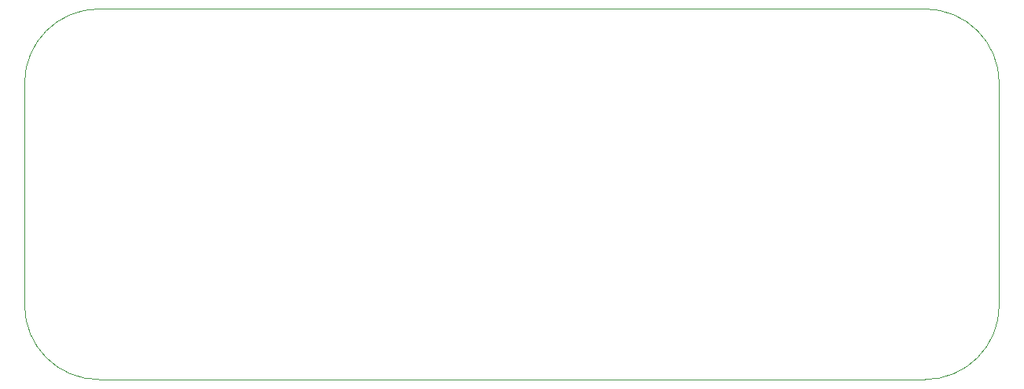
<source format=gm1>
G04 #@! TF.GenerationSoftware,KiCad,Pcbnew,(5.1.7)-1*
G04 #@! TF.CreationDate,2021-11-14T22:53:26-06:00*
G04 #@! TF.ProjectId,in14-socket,696e3134-2d73-46f6-936b-65742e6b6963,rev?*
G04 #@! TF.SameCoordinates,Original*
G04 #@! TF.FileFunction,Profile,NP*
%FSLAX46Y46*%
G04 Gerber Fmt 4.6, Leading zero omitted, Abs format (unit mm)*
G04 Created by KiCad (PCBNEW (5.1.7)-1) date 2021-11-14 22:53:26*
%MOMM*%
%LPD*%
G01*
G04 APERTURE LIST*
G04 #@! TA.AperFunction,Profile*
%ADD10C,0.050000*%
G04 #@! TD*
G04 APERTURE END LIST*
D10*
X115500000Y-130000000D02*
G75*
G02*
X107500000Y-122000000I0J8000000D01*
G01*
X212500000Y-122000000D02*
G75*
G02*
X204500000Y-130000000I-8000000J0D01*
G01*
X107500000Y-98000000D02*
G75*
G02*
X115500000Y-90000000I8000000J0D01*
G01*
X204500000Y-90000000D02*
G75*
G02*
X212500000Y-98000000I0J-8000000D01*
G01*
X204500000Y-130000000D02*
X160000000Y-130000000D01*
X212500000Y-98000000D02*
X212500000Y-122000000D01*
X115500000Y-90000000D02*
X204500000Y-90000000D01*
X107500000Y-122000000D02*
X107500000Y-98000000D01*
X160000000Y-130000000D02*
X115500000Y-130000000D01*
M02*

</source>
